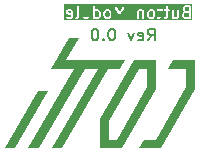
<source format=gbr>
%TF.GenerationSoftware,KiCad,Pcbnew,9.0.6-9.0.6~ubuntu24.04.1*%
%TF.CreationDate,2026-01-17T19:09:58-03:00*%
%TF.ProjectId,cotti_buttons,636f7474-695f-4627-9574-746f6e732e6b,0.0*%
%TF.SameCoordinates,Original*%
%TF.FileFunction,Legend,Bot*%
%TF.FilePolarity,Positive*%
%FSLAX46Y46*%
G04 Gerber Fmt 4.6, Leading zero omitted, Abs format (unit mm)*
G04 Created by KiCad (PCBNEW 9.0.6-9.0.6~ubuntu24.04.1) date 2026-01-17 19:09:58*
%MOMM*%
%LPD*%
G01*
G04 APERTURE LIST*
%ADD10C,0.150000*%
%ADD11C,0.000000*%
G04 APERTURE END LIST*
D10*
X148951792Y-107819819D02*
X149285125Y-107343628D01*
X149523220Y-107819819D02*
X149523220Y-106819819D01*
X149523220Y-106819819D02*
X149142268Y-106819819D01*
X149142268Y-106819819D02*
X149047030Y-106867438D01*
X149047030Y-106867438D02*
X148999411Y-106915057D01*
X148999411Y-106915057D02*
X148951792Y-107010295D01*
X148951792Y-107010295D02*
X148951792Y-107153152D01*
X148951792Y-107153152D02*
X148999411Y-107248390D01*
X148999411Y-107248390D02*
X149047030Y-107296009D01*
X149047030Y-107296009D02*
X149142268Y-107343628D01*
X149142268Y-107343628D02*
X149523220Y-107343628D01*
X148142268Y-107772200D02*
X148237506Y-107819819D01*
X148237506Y-107819819D02*
X148427982Y-107819819D01*
X148427982Y-107819819D02*
X148523220Y-107772200D01*
X148523220Y-107772200D02*
X148570839Y-107676961D01*
X148570839Y-107676961D02*
X148570839Y-107296009D01*
X148570839Y-107296009D02*
X148523220Y-107200771D01*
X148523220Y-107200771D02*
X148427982Y-107153152D01*
X148427982Y-107153152D02*
X148237506Y-107153152D01*
X148237506Y-107153152D02*
X148142268Y-107200771D01*
X148142268Y-107200771D02*
X148094649Y-107296009D01*
X148094649Y-107296009D02*
X148094649Y-107391247D01*
X148094649Y-107391247D02*
X148570839Y-107486485D01*
X147761315Y-107153152D02*
X147523220Y-107819819D01*
X147523220Y-107819819D02*
X147285125Y-107153152D01*
X145951791Y-106819819D02*
X145856553Y-106819819D01*
X145856553Y-106819819D02*
X145761315Y-106867438D01*
X145761315Y-106867438D02*
X145713696Y-106915057D01*
X145713696Y-106915057D02*
X145666077Y-107010295D01*
X145666077Y-107010295D02*
X145618458Y-107200771D01*
X145618458Y-107200771D02*
X145618458Y-107438866D01*
X145618458Y-107438866D02*
X145666077Y-107629342D01*
X145666077Y-107629342D02*
X145713696Y-107724580D01*
X145713696Y-107724580D02*
X145761315Y-107772200D01*
X145761315Y-107772200D02*
X145856553Y-107819819D01*
X145856553Y-107819819D02*
X145951791Y-107819819D01*
X145951791Y-107819819D02*
X146047029Y-107772200D01*
X146047029Y-107772200D02*
X146094648Y-107724580D01*
X146094648Y-107724580D02*
X146142267Y-107629342D01*
X146142267Y-107629342D02*
X146189886Y-107438866D01*
X146189886Y-107438866D02*
X146189886Y-107200771D01*
X146189886Y-107200771D02*
X146142267Y-107010295D01*
X146142267Y-107010295D02*
X146094648Y-106915057D01*
X146094648Y-106915057D02*
X146047029Y-106867438D01*
X146047029Y-106867438D02*
X145951791Y-106819819D01*
X145189886Y-107724580D02*
X145142267Y-107772200D01*
X145142267Y-107772200D02*
X145189886Y-107819819D01*
X145189886Y-107819819D02*
X145237505Y-107772200D01*
X145237505Y-107772200D02*
X145189886Y-107724580D01*
X145189886Y-107724580D02*
X145189886Y-107819819D01*
X144523220Y-106819819D02*
X144427982Y-106819819D01*
X144427982Y-106819819D02*
X144332744Y-106867438D01*
X144332744Y-106867438D02*
X144285125Y-106915057D01*
X144285125Y-106915057D02*
X144237506Y-107010295D01*
X144237506Y-107010295D02*
X144189887Y-107200771D01*
X144189887Y-107200771D02*
X144189887Y-107438866D01*
X144189887Y-107438866D02*
X144237506Y-107629342D01*
X144237506Y-107629342D02*
X144285125Y-107724580D01*
X144285125Y-107724580D02*
X144332744Y-107772200D01*
X144332744Y-107772200D02*
X144427982Y-107819819D01*
X144427982Y-107819819D02*
X144523220Y-107819819D01*
X144523220Y-107819819D02*
X144618458Y-107772200D01*
X144618458Y-107772200D02*
X144666077Y-107724580D01*
X144666077Y-107724580D02*
X144713696Y-107629342D01*
X144713696Y-107629342D02*
X144761315Y-107438866D01*
X144761315Y-107438866D02*
X144761315Y-107200771D01*
X144761315Y-107200771D02*
X144713696Y-107010295D01*
X144713696Y-107010295D02*
X144666077Y-106915057D01*
X144666077Y-106915057D02*
X144618458Y-106867438D01*
X144618458Y-106867438D02*
X144523220Y-106819819D01*
G36*
X142454572Y-105351672D02*
G01*
X142483093Y-105408714D01*
X142483093Y-105489999D01*
X142156903Y-105424761D01*
X142156903Y-105408714D01*
X142185423Y-105351672D01*
X142242465Y-105323152D01*
X142397531Y-105323152D01*
X142454572Y-105351672D01*
G37*
G36*
X144751762Y-105357410D02*
G01*
X144782169Y-105387817D01*
X144816427Y-105456333D01*
X144816427Y-105706637D01*
X144782168Y-105775153D01*
X144751761Y-105805561D01*
X144683246Y-105839819D01*
X144528180Y-105839819D01*
X144490237Y-105820847D01*
X144490237Y-105342123D01*
X144528180Y-105323152D01*
X144683246Y-105323152D01*
X144751762Y-105357410D01*
G37*
G36*
X145656524Y-105357410D02*
G01*
X145686931Y-105387817D01*
X145721189Y-105456333D01*
X145721189Y-105706637D01*
X145686930Y-105775153D01*
X145656523Y-105805561D01*
X145588008Y-105839819D01*
X145480561Y-105839819D01*
X145412045Y-105805561D01*
X145381638Y-105775153D01*
X145347380Y-105706637D01*
X145347380Y-105456333D01*
X145381638Y-105387817D01*
X145412045Y-105357410D01*
X145480561Y-105323152D01*
X145588008Y-105323152D01*
X145656524Y-105357410D01*
G37*
G36*
X149370810Y-105357410D02*
G01*
X149401217Y-105387817D01*
X149435475Y-105456333D01*
X149435475Y-105706637D01*
X149401216Y-105775153D01*
X149370809Y-105805561D01*
X149302294Y-105839819D01*
X149194847Y-105839819D01*
X149126331Y-105805561D01*
X149095924Y-105775153D01*
X149061666Y-105706637D01*
X149061666Y-105456333D01*
X149095924Y-105387817D01*
X149126331Y-105357410D01*
X149194847Y-105323152D01*
X149302294Y-105323152D01*
X149370810Y-105357410D01*
G37*
G36*
X152435476Y-105839819D02*
G01*
X152147229Y-105839819D01*
X152078713Y-105805561D01*
X152048306Y-105775153D01*
X152014048Y-105706637D01*
X152014048Y-105599190D01*
X152048306Y-105530674D01*
X152074800Y-105504180D01*
X152189313Y-105466009D01*
X152435476Y-105466009D01*
X152435476Y-105839819D01*
G37*
G36*
X152435476Y-105316009D02*
G01*
X152194848Y-105316009D01*
X152126332Y-105281751D01*
X152095925Y-105251344D01*
X152061667Y-105182828D01*
X152061667Y-105123000D01*
X152095925Y-105054484D01*
X152126332Y-105024077D01*
X152194848Y-104989819D01*
X152435476Y-104989819D01*
X152435476Y-105316009D01*
G37*
G36*
X152696587Y-106100930D02*
G01*
X141895792Y-106100930D01*
X141895792Y-105391009D01*
X142006903Y-105391009D01*
X142006903Y-105486247D01*
X142008344Y-105500879D01*
X142011155Y-105507667D01*
X142012582Y-105514876D01*
X142016701Y-105521055D01*
X142019543Y-105527915D01*
X142024738Y-105533110D01*
X142028814Y-105539224D01*
X142034984Y-105543356D01*
X142040235Y-105548607D01*
X142047023Y-105551418D01*
X142053129Y-105555508D01*
X142067194Y-105559791D01*
X142483093Y-105642969D01*
X142483093Y-105754256D01*
X142454572Y-105811298D01*
X142397531Y-105839819D01*
X142242465Y-105839819D01*
X142163063Y-105800118D01*
X142149331Y-105794863D01*
X142120141Y-105792789D01*
X142092380Y-105802043D01*
X142070272Y-105821216D01*
X142057185Y-105847391D01*
X142055111Y-105876581D01*
X142064365Y-105904342D01*
X142083538Y-105926450D01*
X142095981Y-105934282D01*
X142191219Y-105981901D01*
X142204950Y-105987156D01*
X142207639Y-105987347D01*
X142210128Y-105988378D01*
X142224760Y-105989819D01*
X142415236Y-105989819D01*
X142429868Y-105988378D01*
X142432357Y-105987346D01*
X142435045Y-105987156D01*
X142448777Y-105981901D01*
X142544015Y-105934282D01*
X142546462Y-105932741D01*
X142547616Y-105932357D01*
X142549052Y-105931111D01*
X142556458Y-105926450D01*
X142562619Y-105919345D01*
X142569724Y-105913184D01*
X142574385Y-105905778D01*
X142574680Y-105905438D01*
X142817016Y-105905438D01*
X142819090Y-105934628D01*
X142832177Y-105960803D01*
X142854285Y-105979976D01*
X142882046Y-105989230D01*
X142911236Y-105987156D01*
X142924968Y-105981901D01*
X143020206Y-105934282D01*
X143022653Y-105932741D01*
X143023807Y-105932357D01*
X143025243Y-105931111D01*
X143032649Y-105926450D01*
X143038810Y-105919345D01*
X143045915Y-105913184D01*
X143050576Y-105905778D01*
X143051822Y-105904342D01*
X143052206Y-105903188D01*
X143053747Y-105900741D01*
X143101366Y-105805502D01*
X143106621Y-105791770D01*
X143106811Y-105789082D01*
X143107843Y-105786593D01*
X143109284Y-105771961D01*
X143109284Y-105248152D01*
X143435475Y-105248152D01*
X143435475Y-105914819D01*
X143436916Y-105929451D01*
X143448115Y-105956487D01*
X143468807Y-105977179D01*
X143495843Y-105988378D01*
X143525107Y-105988378D01*
X143552143Y-105977179D01*
X143571544Y-105957777D01*
X143619791Y-105981901D01*
X143633522Y-105987156D01*
X143636211Y-105987347D01*
X143638700Y-105988378D01*
X143653332Y-105989819D01*
X143796189Y-105989819D01*
X143810821Y-105988378D01*
X143813310Y-105987346D01*
X143815998Y-105987156D01*
X143829730Y-105981901D01*
X143924968Y-105934282D01*
X143927415Y-105932741D01*
X143928569Y-105932357D01*
X143930005Y-105931111D01*
X143937411Y-105926450D01*
X143943572Y-105919345D01*
X143950677Y-105913184D01*
X143955338Y-105905778D01*
X143956584Y-105904342D01*
X143956968Y-105903188D01*
X143958509Y-105900741D01*
X144006128Y-105805502D01*
X144011383Y-105791770D01*
X144011573Y-105789082D01*
X144012605Y-105786593D01*
X144014046Y-105771961D01*
X144014046Y-105248152D01*
X144012605Y-105233520D01*
X144001406Y-105206484D01*
X143980714Y-105185792D01*
X143953678Y-105174593D01*
X143924414Y-105174593D01*
X143897378Y-105185792D01*
X143876686Y-105206484D01*
X143865487Y-105233520D01*
X143864046Y-105248152D01*
X143864046Y-105754256D01*
X143835525Y-105811298D01*
X143778484Y-105839819D01*
X143671037Y-105839819D01*
X143602521Y-105805561D01*
X143585475Y-105788514D01*
X143585475Y-105248152D01*
X143584034Y-105233520D01*
X143572835Y-105206484D01*
X143552143Y-105185792D01*
X143525107Y-105174593D01*
X143495843Y-105174593D01*
X143468807Y-105185792D01*
X143448115Y-105206484D01*
X143436916Y-105233520D01*
X143435475Y-105248152D01*
X143109284Y-105248152D01*
X143109284Y-104914819D01*
X144340237Y-104914819D01*
X144340237Y-105914819D01*
X144341678Y-105929451D01*
X144352877Y-105956487D01*
X144373569Y-105977179D01*
X144400605Y-105988378D01*
X144429869Y-105988378D01*
X144456905Y-105977179D01*
X144460433Y-105973650D01*
X144476934Y-105981901D01*
X144490665Y-105987156D01*
X144493354Y-105987347D01*
X144495843Y-105988378D01*
X144510475Y-105989819D01*
X144700951Y-105989819D01*
X144715583Y-105988378D01*
X144718072Y-105987346D01*
X144720760Y-105987156D01*
X144734492Y-105981901D01*
X144829730Y-105934282D01*
X144836029Y-105930317D01*
X144837857Y-105929560D01*
X144839913Y-105927872D01*
X144842173Y-105926450D01*
X144843473Y-105924950D01*
X144849223Y-105920232D01*
X144896841Y-105872613D01*
X144901559Y-105866863D01*
X144903058Y-105865564D01*
X144904479Y-105863305D01*
X144906169Y-105861247D01*
X144906926Y-105859417D01*
X144910890Y-105853121D01*
X144958509Y-105757883D01*
X144963764Y-105744152D01*
X144963955Y-105741462D01*
X144964986Y-105738974D01*
X144966427Y-105724342D01*
X144966427Y-105438628D01*
X145197380Y-105438628D01*
X145197380Y-105724342D01*
X145198821Y-105738974D01*
X145199852Y-105741463D01*
X145200043Y-105744151D01*
X145205298Y-105757883D01*
X145252917Y-105853121D01*
X145256880Y-105859417D01*
X145257638Y-105861247D01*
X145259327Y-105863305D01*
X145260749Y-105865564D01*
X145262247Y-105866863D01*
X145266965Y-105872612D01*
X145314584Y-105920232D01*
X145320333Y-105924950D01*
X145321634Y-105926450D01*
X145323893Y-105927872D01*
X145325950Y-105929560D01*
X145327777Y-105930317D01*
X145334077Y-105934282D01*
X145429315Y-105981901D01*
X145443046Y-105987156D01*
X145445735Y-105987347D01*
X145448224Y-105988378D01*
X145462856Y-105989819D01*
X145605713Y-105989819D01*
X145620345Y-105988378D01*
X145622834Y-105987346D01*
X145625522Y-105987156D01*
X145639254Y-105981901D01*
X145734492Y-105934282D01*
X145740791Y-105930317D01*
X145742619Y-105929560D01*
X145744675Y-105927872D01*
X145746935Y-105926450D01*
X145748235Y-105924950D01*
X145753985Y-105920232D01*
X145801603Y-105872613D01*
X145806321Y-105866863D01*
X145807820Y-105865564D01*
X145809241Y-105863305D01*
X145810931Y-105861247D01*
X145811688Y-105859417D01*
X145815652Y-105853121D01*
X145863271Y-105757883D01*
X145868526Y-105744152D01*
X145868717Y-105741462D01*
X145869748Y-105738974D01*
X145871189Y-105724342D01*
X145871189Y-105438628D01*
X145869748Y-105423996D01*
X145868717Y-105421507D01*
X145868526Y-105418818D01*
X145863271Y-105405087D01*
X145815652Y-105309849D01*
X145811687Y-105303549D01*
X145810930Y-105301722D01*
X145809241Y-105299665D01*
X145807820Y-105297406D01*
X145806321Y-105296106D01*
X145801603Y-105290357D01*
X145753984Y-105242738D01*
X145748234Y-105238019D01*
X145746935Y-105236521D01*
X145744675Y-105235099D01*
X145742619Y-105233411D01*
X145740791Y-105232653D01*
X145734492Y-105228689D01*
X145639254Y-105181070D01*
X145625522Y-105175815D01*
X145622834Y-105175624D01*
X145620345Y-105174593D01*
X145605713Y-105173152D01*
X145462856Y-105173152D01*
X145448224Y-105174593D01*
X145445735Y-105175623D01*
X145443046Y-105175815D01*
X145429315Y-105181070D01*
X145334077Y-105228689D01*
X145327777Y-105232653D01*
X145325950Y-105233411D01*
X145323893Y-105235099D01*
X145321634Y-105236521D01*
X145320334Y-105238019D01*
X145314585Y-105242738D01*
X145266966Y-105290357D01*
X145262247Y-105296106D01*
X145260749Y-105297406D01*
X145259327Y-105299665D01*
X145257639Y-105301722D01*
X145256881Y-105303549D01*
X145252917Y-105309849D01*
X145205298Y-105405087D01*
X145200043Y-105418819D01*
X145199852Y-105421506D01*
X145198821Y-105423996D01*
X145197380Y-105438628D01*
X144966427Y-105438628D01*
X144964986Y-105423996D01*
X144963955Y-105421507D01*
X144963764Y-105418818D01*
X144958509Y-105405087D01*
X144910890Y-105309849D01*
X144906925Y-105303549D01*
X144906168Y-105301722D01*
X144904479Y-105299665D01*
X144903058Y-105297406D01*
X144901559Y-105296106D01*
X144896841Y-105290357D01*
X144849222Y-105242738D01*
X144843472Y-105238019D01*
X144842173Y-105236521D01*
X144839913Y-105235099D01*
X144837857Y-105233411D01*
X144836029Y-105232653D01*
X144829730Y-105228689D01*
X144734492Y-105181070D01*
X144720760Y-105175815D01*
X144718072Y-105175624D01*
X144715583Y-105174593D01*
X144700951Y-105173152D01*
X144510475Y-105173152D01*
X144495843Y-105174593D01*
X144493354Y-105175623D01*
X144490665Y-105175815D01*
X144490237Y-105175978D01*
X144490237Y-104914819D01*
X146149761Y-104914819D01*
X146149761Y-105914819D01*
X146151202Y-105929451D01*
X146162401Y-105956487D01*
X146183093Y-105977179D01*
X146210129Y-105988378D01*
X146239393Y-105988378D01*
X146266429Y-105977179D01*
X146287121Y-105956487D01*
X146298320Y-105929451D01*
X146299761Y-105914819D01*
X146299761Y-105252886D01*
X146490130Y-105660821D01*
X146493304Y-105666180D01*
X146493964Y-105667993D01*
X146495138Y-105669275D01*
X146497624Y-105673471D01*
X146506033Y-105681171D01*
X146513728Y-105689574D01*
X146516746Y-105690982D01*
X146519205Y-105693234D01*
X146529917Y-105697129D01*
X146540246Y-105701950D01*
X146543574Y-105702096D01*
X146546706Y-105703235D01*
X146558100Y-105702734D01*
X146569482Y-105703234D01*
X146572610Y-105702096D01*
X146575942Y-105701950D01*
X146586277Y-105697126D01*
X146596983Y-105693234D01*
X146599438Y-105690984D01*
X146602460Y-105689575D01*
X146610161Y-105681164D01*
X146618564Y-105673470D01*
X146621047Y-105669277D01*
X146622224Y-105667993D01*
X146622884Y-105666177D01*
X146626058Y-105660820D01*
X146816427Y-105252886D01*
X146816427Y-105914819D01*
X146817868Y-105929451D01*
X146829067Y-105956487D01*
X146849759Y-105977179D01*
X146876795Y-105988378D01*
X146906059Y-105988378D01*
X146933095Y-105977179D01*
X146953787Y-105956487D01*
X146964986Y-105929451D01*
X146966427Y-105914819D01*
X146966427Y-105391009D01*
X148054523Y-105391009D01*
X148054523Y-105914819D01*
X148055964Y-105929451D01*
X148067163Y-105956487D01*
X148087855Y-105977179D01*
X148114891Y-105988378D01*
X148144155Y-105988378D01*
X148171191Y-105977179D01*
X148191883Y-105956487D01*
X148203082Y-105929451D01*
X148204523Y-105914819D01*
X148204523Y-105408714D01*
X148233043Y-105351672D01*
X148290085Y-105323152D01*
X148397532Y-105323152D01*
X148466048Y-105357410D01*
X148483094Y-105374456D01*
X148483094Y-105914819D01*
X148484535Y-105929451D01*
X148495734Y-105956487D01*
X148516426Y-105977179D01*
X148543462Y-105988378D01*
X148572726Y-105988378D01*
X148599762Y-105977179D01*
X148620454Y-105956487D01*
X148631653Y-105929451D01*
X148633094Y-105914819D01*
X148633094Y-105438628D01*
X148911666Y-105438628D01*
X148911666Y-105724342D01*
X148913107Y-105738974D01*
X148914138Y-105741463D01*
X148914329Y-105744151D01*
X148919584Y-105757883D01*
X148967203Y-105853121D01*
X148971166Y-105859417D01*
X148971924Y-105861247D01*
X148973613Y-105863305D01*
X148975035Y-105865564D01*
X148976533Y-105866863D01*
X148981251Y-105872612D01*
X149028870Y-105920232D01*
X149034619Y-105924950D01*
X149035920Y-105926450D01*
X149038179Y-105927872D01*
X149040236Y-105929560D01*
X149042063Y-105930317D01*
X149048363Y-105934282D01*
X149143601Y-105981901D01*
X149157332Y-105987156D01*
X149160021Y-105987347D01*
X149162510Y-105988378D01*
X149177142Y-105989819D01*
X149319999Y-105989819D01*
X149334631Y-105988378D01*
X149337120Y-105987346D01*
X149339808Y-105987156D01*
X149353540Y-105981901D01*
X149448778Y-105934282D01*
X149455077Y-105930317D01*
X149456905Y-105929560D01*
X149458961Y-105927872D01*
X149461221Y-105926450D01*
X149462521Y-105924950D01*
X149468271Y-105920232D01*
X149515889Y-105872613D01*
X149520607Y-105866863D01*
X149522106Y-105865564D01*
X149523527Y-105863305D01*
X149525217Y-105861247D01*
X149525974Y-105859417D01*
X149529938Y-105853121D01*
X149577557Y-105757883D01*
X149582812Y-105744152D01*
X149583003Y-105741462D01*
X149584034Y-105738974D01*
X149585475Y-105724342D01*
X149585475Y-105438628D01*
X149584034Y-105423996D01*
X149583003Y-105421507D01*
X149582812Y-105418818D01*
X149577557Y-105405087D01*
X149529938Y-105309849D01*
X149525973Y-105303549D01*
X149525216Y-105301722D01*
X149523527Y-105299665D01*
X149522106Y-105297406D01*
X149520607Y-105296106D01*
X149515889Y-105290357D01*
X149468270Y-105242738D01*
X149462520Y-105238019D01*
X149461221Y-105236521D01*
X149458961Y-105235099D01*
X149457038Y-105233520D01*
X149722631Y-105233520D01*
X149722631Y-105262784D01*
X149733830Y-105289820D01*
X149754522Y-105310512D01*
X149781558Y-105321711D01*
X149796190Y-105323152D01*
X149959285Y-105323152D01*
X149959285Y-105754256D01*
X149930764Y-105811298D01*
X149873723Y-105839819D01*
X149796190Y-105839819D01*
X149781558Y-105841260D01*
X149754522Y-105852459D01*
X149733830Y-105873151D01*
X149722631Y-105900187D01*
X149722631Y-105929451D01*
X149733830Y-105956487D01*
X149754522Y-105977179D01*
X149781558Y-105988378D01*
X149796190Y-105989819D01*
X149891428Y-105989819D01*
X149906060Y-105988378D01*
X149908549Y-105987346D01*
X149911237Y-105987156D01*
X149924969Y-105981901D01*
X150020207Y-105934282D01*
X150022654Y-105932741D01*
X150023808Y-105932357D01*
X150025244Y-105931111D01*
X150032650Y-105926450D01*
X150038811Y-105919345D01*
X150045916Y-105913184D01*
X150050577Y-105905778D01*
X150051823Y-105904342D01*
X150052207Y-105903188D01*
X150053748Y-105900741D01*
X150101367Y-105805502D01*
X150106622Y-105791770D01*
X150106812Y-105789082D01*
X150107844Y-105786593D01*
X150109285Y-105771961D01*
X150109285Y-105323152D01*
X150177142Y-105323152D01*
X150191774Y-105321711D01*
X150218810Y-105310512D01*
X150239502Y-105289820D01*
X150250701Y-105262784D01*
X150250701Y-105233520D01*
X150294060Y-105233520D01*
X150294060Y-105262784D01*
X150305259Y-105289820D01*
X150325951Y-105310512D01*
X150352987Y-105321711D01*
X150367619Y-105323152D01*
X150530714Y-105323152D01*
X150530714Y-105754256D01*
X150502193Y-105811298D01*
X150445152Y-105839819D01*
X150367619Y-105839819D01*
X150352987Y-105841260D01*
X150325951Y-105852459D01*
X150305259Y-105873151D01*
X150294060Y-105900187D01*
X150294060Y-105929451D01*
X150305259Y-105956487D01*
X150325951Y-105977179D01*
X150352987Y-105988378D01*
X150367619Y-105989819D01*
X150462857Y-105989819D01*
X150477489Y-105988378D01*
X150479978Y-105987346D01*
X150482666Y-105987156D01*
X150496398Y-105981901D01*
X150591636Y-105934282D01*
X150594083Y-105932741D01*
X150595237Y-105932357D01*
X150596673Y-105931111D01*
X150604079Y-105926450D01*
X150610240Y-105919345D01*
X150617345Y-105913184D01*
X150622006Y-105905778D01*
X150623252Y-105904342D01*
X150623636Y-105903188D01*
X150625177Y-105900741D01*
X150672796Y-105805502D01*
X150678051Y-105791770D01*
X150678241Y-105789082D01*
X150679273Y-105786593D01*
X150680714Y-105771961D01*
X150680714Y-105323152D01*
X150748571Y-105323152D01*
X150763203Y-105321711D01*
X150790239Y-105310512D01*
X150810931Y-105289820D01*
X150822130Y-105262784D01*
X150822130Y-105248152D01*
X151006905Y-105248152D01*
X151006905Y-105914819D01*
X151008346Y-105929451D01*
X151019545Y-105956487D01*
X151040237Y-105977179D01*
X151067273Y-105988378D01*
X151096537Y-105988378D01*
X151123573Y-105977179D01*
X151142974Y-105957777D01*
X151191221Y-105981901D01*
X151204952Y-105987156D01*
X151207641Y-105987347D01*
X151210130Y-105988378D01*
X151224762Y-105989819D01*
X151367619Y-105989819D01*
X151382251Y-105988378D01*
X151384740Y-105987346D01*
X151387428Y-105987156D01*
X151401160Y-105981901D01*
X151496398Y-105934282D01*
X151498845Y-105932741D01*
X151499999Y-105932357D01*
X151501435Y-105931111D01*
X151508841Y-105926450D01*
X151515002Y-105919345D01*
X151522107Y-105913184D01*
X151526768Y-105905778D01*
X151528014Y-105904342D01*
X151528398Y-105903188D01*
X151529939Y-105900741D01*
X151577558Y-105805502D01*
X151582813Y-105791770D01*
X151583003Y-105789082D01*
X151584035Y-105786593D01*
X151585476Y-105771961D01*
X151585476Y-105581485D01*
X151864048Y-105581485D01*
X151864048Y-105724342D01*
X151865489Y-105738974D01*
X151866520Y-105741463D01*
X151866711Y-105744151D01*
X151871966Y-105757883D01*
X151919585Y-105853121D01*
X151923548Y-105859417D01*
X151924306Y-105861247D01*
X151925995Y-105863305D01*
X151927417Y-105865564D01*
X151928915Y-105866863D01*
X151933633Y-105872612D01*
X151981252Y-105920232D01*
X151987001Y-105924950D01*
X151988302Y-105926450D01*
X151990561Y-105927872D01*
X151992618Y-105929560D01*
X151994445Y-105930317D01*
X152000745Y-105934282D01*
X152095983Y-105981901D01*
X152109714Y-105987156D01*
X152112403Y-105987347D01*
X152114892Y-105988378D01*
X152129524Y-105989819D01*
X152510476Y-105989819D01*
X152525108Y-105988378D01*
X152552144Y-105977179D01*
X152572836Y-105956487D01*
X152584035Y-105929451D01*
X152585476Y-105914819D01*
X152585476Y-104914819D01*
X152584035Y-104900187D01*
X152572836Y-104873151D01*
X152552144Y-104852459D01*
X152525108Y-104841260D01*
X152510476Y-104839819D01*
X152177143Y-104839819D01*
X152162511Y-104841260D01*
X152160022Y-104842290D01*
X152157333Y-104842482D01*
X152143602Y-104847737D01*
X152048364Y-104895356D01*
X152042064Y-104899320D01*
X152040237Y-104900078D01*
X152038180Y-104901766D01*
X152035921Y-104903188D01*
X152034621Y-104904686D01*
X152028872Y-104909405D01*
X151981253Y-104957024D01*
X151976534Y-104962773D01*
X151975036Y-104964073D01*
X151973614Y-104966332D01*
X151971926Y-104968389D01*
X151971168Y-104970216D01*
X151967204Y-104976516D01*
X151919585Y-105071754D01*
X151914330Y-105085486D01*
X151914139Y-105088173D01*
X151913108Y-105090663D01*
X151911667Y-105105295D01*
X151911667Y-105200533D01*
X151913108Y-105215165D01*
X151914139Y-105217654D01*
X151914330Y-105220342D01*
X151919585Y-105234074D01*
X151967204Y-105329312D01*
X151971168Y-105335611D01*
X151971926Y-105337439D01*
X151973614Y-105339495D01*
X151975036Y-105341755D01*
X151976534Y-105343054D01*
X151981253Y-105348804D01*
X152003210Y-105370761D01*
X151997143Y-105373471D01*
X151995106Y-105375237D01*
X151992618Y-105376268D01*
X151981253Y-105385595D01*
X151933634Y-105433214D01*
X151928915Y-105438963D01*
X151927417Y-105440263D01*
X151925995Y-105442522D01*
X151924307Y-105444579D01*
X151923549Y-105446406D01*
X151919585Y-105452706D01*
X151871966Y-105547944D01*
X151866711Y-105561676D01*
X151866520Y-105564363D01*
X151865489Y-105566853D01*
X151864048Y-105581485D01*
X151585476Y-105581485D01*
X151585476Y-105248152D01*
X151584035Y-105233520D01*
X151572836Y-105206484D01*
X151552144Y-105185792D01*
X151525108Y-105174593D01*
X151495844Y-105174593D01*
X151468808Y-105185792D01*
X151448116Y-105206484D01*
X151436917Y-105233520D01*
X151435476Y-105248152D01*
X151435476Y-105754256D01*
X151406955Y-105811298D01*
X151349914Y-105839819D01*
X151242467Y-105839819D01*
X151173951Y-105805561D01*
X151156905Y-105788514D01*
X151156905Y-105248152D01*
X151155464Y-105233520D01*
X151144265Y-105206484D01*
X151123573Y-105185792D01*
X151096537Y-105174593D01*
X151067273Y-105174593D01*
X151040237Y-105185792D01*
X151019545Y-105206484D01*
X151008346Y-105233520D01*
X151006905Y-105248152D01*
X150822130Y-105248152D01*
X150822130Y-105233520D01*
X150810931Y-105206484D01*
X150790239Y-105185792D01*
X150763203Y-105174593D01*
X150748571Y-105173152D01*
X150680714Y-105173152D01*
X150680714Y-104914819D01*
X150679273Y-104900187D01*
X150668074Y-104873151D01*
X150647382Y-104852459D01*
X150620346Y-104841260D01*
X150591082Y-104841260D01*
X150564046Y-104852459D01*
X150543354Y-104873151D01*
X150532155Y-104900187D01*
X150530714Y-104914819D01*
X150530714Y-105173152D01*
X150367619Y-105173152D01*
X150352987Y-105174593D01*
X150325951Y-105185792D01*
X150305259Y-105206484D01*
X150294060Y-105233520D01*
X150250701Y-105233520D01*
X150239502Y-105206484D01*
X150218810Y-105185792D01*
X150191774Y-105174593D01*
X150177142Y-105173152D01*
X150109285Y-105173152D01*
X150109285Y-104914819D01*
X150107844Y-104900187D01*
X150096645Y-104873151D01*
X150075953Y-104852459D01*
X150048917Y-104841260D01*
X150019653Y-104841260D01*
X149992617Y-104852459D01*
X149971925Y-104873151D01*
X149960726Y-104900187D01*
X149959285Y-104914819D01*
X149959285Y-105173152D01*
X149796190Y-105173152D01*
X149781558Y-105174593D01*
X149754522Y-105185792D01*
X149733830Y-105206484D01*
X149722631Y-105233520D01*
X149457038Y-105233520D01*
X149456905Y-105233411D01*
X149455077Y-105232653D01*
X149448778Y-105228689D01*
X149353540Y-105181070D01*
X149339808Y-105175815D01*
X149337120Y-105175624D01*
X149334631Y-105174593D01*
X149319999Y-105173152D01*
X149177142Y-105173152D01*
X149162510Y-105174593D01*
X149160021Y-105175623D01*
X149157332Y-105175815D01*
X149143601Y-105181070D01*
X149048363Y-105228689D01*
X149042063Y-105232653D01*
X149040236Y-105233411D01*
X149038179Y-105235099D01*
X149035920Y-105236521D01*
X149034620Y-105238019D01*
X149028871Y-105242738D01*
X148981252Y-105290357D01*
X148976533Y-105296106D01*
X148975035Y-105297406D01*
X148973613Y-105299665D01*
X148971925Y-105301722D01*
X148971167Y-105303549D01*
X148967203Y-105309849D01*
X148919584Y-105405087D01*
X148914329Y-105418819D01*
X148914138Y-105421506D01*
X148913107Y-105423996D01*
X148911666Y-105438628D01*
X148633094Y-105438628D01*
X148633094Y-105248152D01*
X148631653Y-105233520D01*
X148620454Y-105206484D01*
X148599762Y-105185792D01*
X148572726Y-105174593D01*
X148543462Y-105174593D01*
X148516426Y-105185792D01*
X148497024Y-105205193D01*
X148448778Y-105181070D01*
X148435046Y-105175815D01*
X148432358Y-105175624D01*
X148429869Y-105174593D01*
X148415237Y-105173152D01*
X148272380Y-105173152D01*
X148257748Y-105174593D01*
X148255259Y-105175623D01*
X148252570Y-105175815D01*
X148238839Y-105181070D01*
X148143601Y-105228689D01*
X148141153Y-105230229D01*
X148140000Y-105230614D01*
X148138563Y-105231859D01*
X148131158Y-105236521D01*
X148124996Y-105243625D01*
X148117892Y-105249787D01*
X148113230Y-105257192D01*
X148111985Y-105258629D01*
X148111600Y-105259782D01*
X148110060Y-105262230D01*
X148062441Y-105357468D01*
X148057186Y-105371200D01*
X148056995Y-105373887D01*
X148055964Y-105376377D01*
X148054523Y-105391009D01*
X146966427Y-105391009D01*
X146966427Y-104914819D01*
X146965479Y-104905197D01*
X146965557Y-104903431D01*
X146965212Y-104902482D01*
X146964986Y-104900187D01*
X146960004Y-104888160D01*
X146955557Y-104875930D01*
X146954427Y-104874696D01*
X146953787Y-104873151D01*
X146944587Y-104863951D01*
X146935793Y-104854348D01*
X146934276Y-104853640D01*
X146933095Y-104852459D01*
X146921082Y-104847482D01*
X146909275Y-104841973D01*
X146907602Y-104841899D01*
X146906059Y-104841260D01*
X146893053Y-104841260D01*
X146880039Y-104840688D01*
X146878466Y-104841260D01*
X146876795Y-104841260D01*
X146864776Y-104846238D01*
X146852538Y-104850689D01*
X146851304Y-104851819D01*
X146849759Y-104852459D01*
X146840560Y-104861657D01*
X146830957Y-104870452D01*
X146829781Y-104872436D01*
X146829067Y-104873151D01*
X146828390Y-104874784D01*
X146823463Y-104883102D01*
X146558093Y-105451750D01*
X146292725Y-104883103D01*
X146287799Y-104874787D01*
X146287121Y-104873151D01*
X146286405Y-104872435D01*
X146285231Y-104870453D01*
X146275634Y-104861664D01*
X146266429Y-104852459D01*
X146264883Y-104851818D01*
X146263650Y-104850689D01*
X146251419Y-104846241D01*
X146239393Y-104841260D01*
X146237719Y-104841260D01*
X146236149Y-104840689D01*
X146223148Y-104841260D01*
X146210129Y-104841260D01*
X146208584Y-104841899D01*
X146206913Y-104841973D01*
X146195114Y-104847479D01*
X146183093Y-104852459D01*
X146181910Y-104853641D01*
X146180395Y-104854349D01*
X146171606Y-104863945D01*
X146162401Y-104873151D01*
X146161760Y-104874696D01*
X146160631Y-104875930D01*
X146156183Y-104888160D01*
X146151202Y-104900187D01*
X146150975Y-104902482D01*
X146150631Y-104903431D01*
X146150708Y-104905197D01*
X146149761Y-104914819D01*
X144490237Y-104914819D01*
X144488796Y-104900187D01*
X144477597Y-104873151D01*
X144456905Y-104852459D01*
X144429869Y-104841260D01*
X144400605Y-104841260D01*
X144373569Y-104852459D01*
X144352877Y-104873151D01*
X144341678Y-104900187D01*
X144340237Y-104914819D01*
X143109284Y-104914819D01*
X143107843Y-104900187D01*
X143096644Y-104873151D01*
X143075952Y-104852459D01*
X143048916Y-104841260D01*
X143019652Y-104841260D01*
X142992616Y-104852459D01*
X142971924Y-104873151D01*
X142960725Y-104900187D01*
X142959284Y-104914819D01*
X142959284Y-105754256D01*
X142930763Y-105811298D01*
X142857886Y-105847737D01*
X142845443Y-105855569D01*
X142826270Y-105877677D01*
X142817016Y-105905438D01*
X142574680Y-105905438D01*
X142575631Y-105904342D01*
X142576015Y-105903188D01*
X142577556Y-105900741D01*
X142625175Y-105805502D01*
X142630430Y-105791770D01*
X142630620Y-105789082D01*
X142631652Y-105786593D01*
X142633093Y-105771961D01*
X142633093Y-105391009D01*
X142631652Y-105376377D01*
X142630621Y-105373888D01*
X142630430Y-105371199D01*
X142625175Y-105357468D01*
X142577556Y-105262230D01*
X142576015Y-105259782D01*
X142575631Y-105258629D01*
X142574385Y-105257192D01*
X142569724Y-105249787D01*
X142562619Y-105243625D01*
X142556458Y-105236521D01*
X142549052Y-105231859D01*
X142547616Y-105230614D01*
X142546462Y-105230229D01*
X142544015Y-105228689D01*
X142448777Y-105181070D01*
X142435045Y-105175815D01*
X142432357Y-105175624D01*
X142429868Y-105174593D01*
X142415236Y-105173152D01*
X142224760Y-105173152D01*
X142210128Y-105174593D01*
X142207639Y-105175623D01*
X142204950Y-105175815D01*
X142191219Y-105181070D01*
X142095981Y-105228689D01*
X142093533Y-105230229D01*
X142092380Y-105230614D01*
X142090943Y-105231859D01*
X142083538Y-105236521D01*
X142077376Y-105243625D01*
X142070272Y-105249787D01*
X142065610Y-105257192D01*
X142064365Y-105258629D01*
X142063980Y-105259782D01*
X142062440Y-105262230D01*
X142014821Y-105357468D01*
X142009566Y-105371200D01*
X142009375Y-105373887D01*
X142008344Y-105376377D01*
X142006903Y-105391009D01*
X141895792Y-105391009D01*
X141895792Y-104728708D01*
X152696587Y-104728708D01*
X152696587Y-106100930D01*
G37*
D11*
%TO.C,REF\u002A\u002A*%
G36*
X137709749Y-116955500D02*
G01*
X136843723Y-116955500D01*
X139658306Y-112080500D01*
X140524331Y-112080500D01*
X137709749Y-116955500D01*
G37*
G36*
X152974277Y-111955500D02*
G01*
X150087525Y-116955500D01*
X148212525Y-116955500D01*
X148645538Y-116205500D01*
X149654513Y-116205500D01*
X152224277Y-111754538D01*
X152224277Y-110205500D01*
X150666264Y-110205500D01*
X151099277Y-109455500D01*
X152974277Y-109455500D01*
X152974277Y-111955500D01*
G37*
G36*
X142039876Y-109455500D02*
G01*
X147030901Y-109455500D01*
X146597888Y-110205500D01*
X145588914Y-110205500D01*
X141691799Y-116955500D01*
X140825774Y-116955500D01*
X144722888Y-110205500D01*
X143597888Y-110205500D01*
X139700774Y-116955500D01*
X138834749Y-116955500D01*
X142731863Y-110205500D01*
X140740837Y-110205500D01*
X142256382Y-107580500D01*
X143122407Y-107580500D01*
X142039876Y-109455500D01*
G37*
G36*
X149655901Y-111955500D02*
G01*
X146769150Y-116955500D01*
X144894150Y-116955500D01*
X144894150Y-114656462D01*
X145644150Y-114656462D01*
X145644150Y-116205500D01*
X146336137Y-116205500D01*
X148905901Y-111754538D01*
X148905901Y-110205500D01*
X148213914Y-110205500D01*
X145644150Y-114656462D01*
X144894150Y-114656462D01*
X144894150Y-114455500D01*
X147780901Y-109455500D01*
X149655901Y-109455500D01*
X149655901Y-111955500D01*
G37*
%TD*%
M02*

</source>
